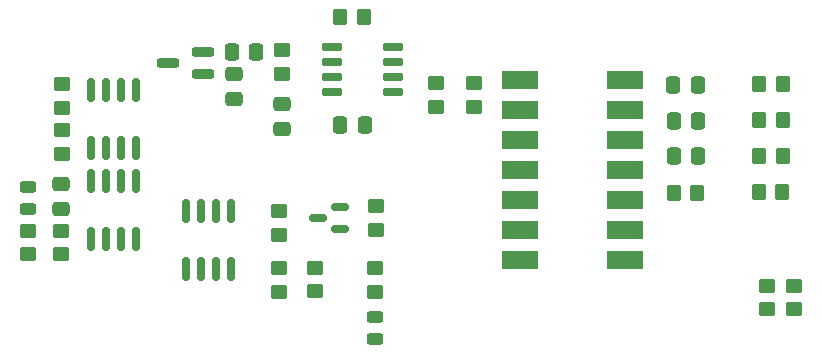
<source format=gbr>
%TF.GenerationSoftware,KiCad,Pcbnew,8.0.1*%
%TF.CreationDate,2024-10-14T21:16:12+02:00*%
%TF.ProjectId,SMD-Loetstation,534d442d-4c6f-4657-9473-746174696f6e,rev?*%
%TF.SameCoordinates,Original*%
%TF.FileFunction,Paste,Top*%
%TF.FilePolarity,Positive*%
%FSLAX46Y46*%
G04 Gerber Fmt 4.6, Leading zero omitted, Abs format (unit mm)*
G04 Created by KiCad (PCBNEW 8.0.1) date 2024-10-14 21:16:12*
%MOMM*%
%LPD*%
G01*
G04 APERTURE LIST*
G04 Aperture macros list*
%AMRoundRect*
0 Rectangle with rounded corners*
0 $1 Rounding radius*
0 $2 $3 $4 $5 $6 $7 $8 $9 X,Y pos of 4 corners*
0 Add a 4 corners polygon primitive as box body*
4,1,4,$2,$3,$4,$5,$6,$7,$8,$9,$2,$3,0*
0 Add four circle primitives for the rounded corners*
1,1,$1+$1,$2,$3*
1,1,$1+$1,$4,$5*
1,1,$1+$1,$6,$7*
1,1,$1+$1,$8,$9*
0 Add four rect primitives between the rounded corners*
20,1,$1+$1,$2,$3,$4,$5,0*
20,1,$1+$1,$4,$5,$6,$7,0*
20,1,$1+$1,$6,$7,$8,$9,0*
20,1,$1+$1,$8,$9,$2,$3,0*%
G04 Aperture macros list end*
%ADD10RoundRect,0.250000X-0.450000X0.350000X-0.450000X-0.350000X0.450000X-0.350000X0.450000X0.350000X0*%
%ADD11RoundRect,0.243750X-0.456250X0.243750X-0.456250X-0.243750X0.456250X-0.243750X0.456250X0.243750X0*%
%ADD12RoundRect,0.250000X0.450000X-0.350000X0.450000X0.350000X-0.450000X0.350000X-0.450000X-0.350000X0*%
%ADD13RoundRect,0.250000X0.337500X0.475000X-0.337500X0.475000X-0.337500X-0.475000X0.337500X-0.475000X0*%
%ADD14RoundRect,0.250000X-0.350000X-0.450000X0.350000X-0.450000X0.350000X0.450000X-0.350000X0.450000X0*%
%ADD15RoundRect,0.150000X0.587500X0.150000X-0.587500X0.150000X-0.587500X-0.150000X0.587500X-0.150000X0*%
%ADD16RoundRect,0.200000X0.750000X0.200000X-0.750000X0.200000X-0.750000X-0.200000X0.750000X-0.200000X0*%
%ADD17RoundRect,0.150000X-0.150000X0.825000X-0.150000X-0.825000X0.150000X-0.825000X0.150000X0.825000X0*%
%ADD18RoundRect,0.150000X0.150000X-0.825000X0.150000X0.825000X-0.150000X0.825000X-0.150000X-0.825000X0*%
%ADD19RoundRect,0.250000X0.475000X-0.337500X0.475000X0.337500X-0.475000X0.337500X-0.475000X-0.337500X0*%
%ADD20RoundRect,0.150000X-0.725000X-0.150000X0.725000X-0.150000X0.725000X0.150000X-0.725000X0.150000X0*%
%ADD21RoundRect,0.250000X-0.337500X-0.475000X0.337500X-0.475000X0.337500X0.475000X-0.337500X0.475000X0*%
%ADD22RoundRect,0.250000X0.350000X0.450000X-0.350000X0.450000X-0.350000X-0.450000X0.350000X-0.450000X0*%
%ADD23R,3.100000X1.600000*%
%ADD24RoundRect,0.243750X0.456250X-0.243750X0.456250X0.243750X-0.456250X0.243750X-0.456250X-0.243750X0*%
G04 APERTURE END LIST*
D10*
%TO.C,R20*%
X101498400Y-99161600D03*
X101498400Y-97161600D03*
%TD*%
D11*
%TO.C,D2*%
X101473000Y-93474300D03*
X101473000Y-95349300D03*
%TD*%
D12*
%TO.C,R12*%
X139217400Y-86664800D03*
X139217400Y-84664800D03*
%TD*%
D13*
%TO.C,C3*%
X129997200Y-88170000D03*
X127922200Y-88170000D03*
%TD*%
D10*
%TO.C,R3*%
X125755400Y-100282800D03*
X125755400Y-102282800D03*
%TD*%
D14*
%TO.C,R10*%
X163379400Y-87814400D03*
X165379400Y-87814400D03*
%TD*%
D10*
%TO.C,R15*%
X104343200Y-84718600D03*
X104343200Y-86718600D03*
%TD*%
D13*
%TO.C,C5*%
X158226400Y-90849800D03*
X156151400Y-90849800D03*
%TD*%
D10*
%TO.C,R17*%
X104343200Y-88627200D03*
X104343200Y-90627200D03*
%TD*%
%TO.C,R18*%
X136042400Y-84671400D03*
X136042400Y-86671400D03*
%TD*%
%TO.C,R4*%
X122707400Y-95491800D03*
X122707400Y-97491800D03*
%TD*%
D12*
%TO.C,R5*%
X130962400Y-97091800D03*
X130962400Y-95091800D03*
%TD*%
D15*
%TO.C,Q2*%
X127884400Y-97041800D03*
X127884400Y-95141800D03*
X126009400Y-96091800D03*
%TD*%
D10*
%TO.C,R19*%
X122707400Y-100314800D03*
X122707400Y-102314800D03*
%TD*%
D16*
%TO.C,U6*%
X116306600Y-83897800D03*
X116306600Y-81997800D03*
X113306600Y-82947800D03*
%TD*%
D17*
%TO.C,U5*%
X110617000Y-92935600D03*
X109347000Y-92935600D03*
X108077000Y-92935600D03*
X106807000Y-92935600D03*
X106807000Y-97885600D03*
X108077000Y-97885600D03*
X109347000Y-97885600D03*
X110617000Y-97885600D03*
%TD*%
D18*
%TO.C,Q1*%
X114833400Y-100409800D03*
X116103400Y-100409800D03*
X117373400Y-100409800D03*
X118643400Y-100409800D03*
X118643400Y-95459800D03*
X117373400Y-95459800D03*
X116103400Y-95459800D03*
X114833400Y-95459800D03*
%TD*%
D19*
%TO.C,C1*%
X122961400Y-88496300D03*
X122961400Y-86421300D03*
%TD*%
D20*
%TO.C,U2*%
X127203200Y-81616800D03*
X127203200Y-82886800D03*
X127203200Y-84156800D03*
X127203200Y-85426800D03*
X132353200Y-85426800D03*
X132353200Y-84156800D03*
X132353200Y-82886800D03*
X132353200Y-81616800D03*
%TD*%
D21*
%TO.C,C4*%
X156151400Y-87839800D03*
X158226400Y-87839800D03*
%TD*%
D22*
%TO.C,R8*%
X165379400Y-90811600D03*
X163379400Y-90811600D03*
%TD*%
%TO.C,R9*%
X165347400Y-93910400D03*
X163347400Y-93910400D03*
%TD*%
D12*
%TO.C,R14*%
X130835400Y-102301800D03*
X130835400Y-100301800D03*
%TD*%
%TO.C,R7*%
X164058600Y-103809800D03*
X164058600Y-101809800D03*
%TD*%
D21*
%TO.C,C7*%
X118752800Y-81997800D03*
X120827800Y-81997800D03*
%TD*%
D14*
%TO.C,R2*%
X127930400Y-79026000D03*
X129930400Y-79026000D03*
%TD*%
D23*
%TO.C,U3*%
X143179800Y-84410800D03*
X143179800Y-86950800D03*
X143179800Y-89490800D03*
X143179800Y-92030800D03*
X143179800Y-94570800D03*
X143179800Y-97110800D03*
X143179800Y-99650800D03*
X152069800Y-99650800D03*
X152069800Y-97110800D03*
X152069800Y-94570800D03*
X152069800Y-92030800D03*
X152069800Y-89490800D03*
X152069800Y-86950800D03*
X152069800Y-84410800D03*
%TD*%
D12*
%TO.C,R1*%
X122961400Y-83870800D03*
X122961400Y-81870800D03*
%TD*%
D24*
%TO.C,D1*%
X130835400Y-106303300D03*
X130835400Y-104428300D03*
%TD*%
D10*
%TO.C,R16*%
X104317800Y-97161600D03*
X104317800Y-99161600D03*
%TD*%
D22*
%TO.C,R11*%
X165372800Y-84766400D03*
X163372800Y-84766400D03*
%TD*%
D19*
%TO.C,C8*%
X104317800Y-95274200D03*
X104317800Y-93199200D03*
%TD*%
%TO.C,C6*%
X118897400Y-85977800D03*
X118897400Y-83902800D03*
%TD*%
D17*
%TO.C,U4*%
X110617000Y-85217000D03*
X109347000Y-85217000D03*
X108077000Y-85217000D03*
X106807000Y-85217000D03*
X106807000Y-90167000D03*
X108077000Y-90167000D03*
X109347000Y-90167000D03*
X110617000Y-90167000D03*
%TD*%
D12*
%TO.C,R6*%
X166344600Y-103809800D03*
X166344600Y-101809800D03*
%TD*%
D14*
%TO.C,R13*%
X156167400Y-93935800D03*
X158167400Y-93935800D03*
%TD*%
D21*
%TO.C,C2*%
X156108400Y-84791800D03*
X158183400Y-84791800D03*
%TD*%
M02*

</source>
